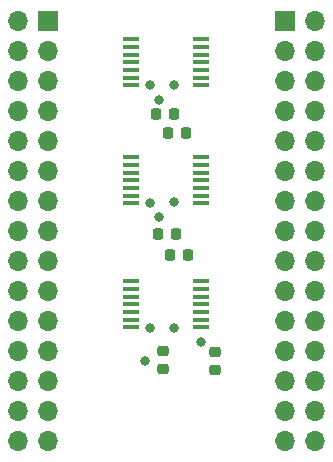
<source format=gbr>
%TF.GenerationSoftware,KiCad,Pcbnew,(6.0.1)*%
%TF.CreationDate,2022-07-20T18:19:17-07:00*%
%TF.ProjectId,LevelShifter,4c657665-6c53-4686-9966-7465722e6b69,rev?*%
%TF.SameCoordinates,Original*%
%TF.FileFunction,Soldermask,Top*%
%TF.FilePolarity,Negative*%
%FSLAX46Y46*%
G04 Gerber Fmt 4.6, Leading zero omitted, Abs format (unit mm)*
G04 Created by KiCad (PCBNEW (6.0.1)) date 2022-07-20 18:19:17*
%MOMM*%
%LPD*%
G01*
G04 APERTURE LIST*
G04 Aperture macros list*
%AMRoundRect*
0 Rectangle with rounded corners*
0 $1 Rounding radius*
0 $2 $3 $4 $5 $6 $7 $8 $9 X,Y pos of 4 corners*
0 Add a 4 corners polygon primitive as box body*
4,1,4,$2,$3,$4,$5,$6,$7,$8,$9,$2,$3,0*
0 Add four circle primitives for the rounded corners*
1,1,$1+$1,$2,$3*
1,1,$1+$1,$4,$5*
1,1,$1+$1,$6,$7*
1,1,$1+$1,$8,$9*
0 Add four rect primitives between the rounded corners*
20,1,$1+$1,$2,$3,$4,$5,0*
20,1,$1+$1,$4,$5,$6,$7,0*
20,1,$1+$1,$6,$7,$8,$9,0*
20,1,$1+$1,$8,$9,$2,$3,0*%
G04 Aperture macros list end*
%ADD10R,1.700000X1.700000*%
%ADD11O,1.700000X1.700000*%
%ADD12RoundRect,0.225000X-0.250000X0.225000X-0.250000X-0.225000X0.250000X-0.225000X0.250000X0.225000X0*%
%ADD13RoundRect,0.225000X0.250000X-0.225000X0.250000X0.225000X-0.250000X0.225000X-0.250000X-0.225000X0*%
%ADD14R,1.404099X0.354800*%
%ADD15RoundRect,0.225000X-0.225000X-0.250000X0.225000X-0.250000X0.225000X0.250000X-0.225000X0.250000X0*%
%ADD16RoundRect,0.225000X0.225000X0.250000X-0.225000X0.250000X-0.225000X-0.250000X0.225000X-0.250000X0*%
%ADD17C,0.800000*%
G04 APERTURE END LIST*
D10*
%TO.C,J1*%
X149895000Y-80000000D03*
D11*
X147355000Y-80000000D03*
X149895000Y-82540000D03*
X147355000Y-82540000D03*
X149895000Y-85080000D03*
X147355000Y-85080000D03*
X149895000Y-87620000D03*
X147355000Y-87620000D03*
X149895000Y-90160000D03*
X147355000Y-90160000D03*
X149895000Y-92700000D03*
X147355000Y-92700000D03*
X149895000Y-95240000D03*
X147355000Y-95240000D03*
X149895000Y-97780000D03*
X147355000Y-97780000D03*
X149895000Y-100320000D03*
X147355000Y-100320000D03*
X149895000Y-102860000D03*
X147355000Y-102860000D03*
X149895000Y-105400000D03*
X147355000Y-105400000D03*
X149895000Y-107940000D03*
X147355000Y-107940000D03*
X149895000Y-110480000D03*
X147355000Y-110480000D03*
X149895000Y-113020000D03*
X147355000Y-113020000D03*
X149895000Y-115560000D03*
X147355000Y-115560000D03*
%TD*%
D12*
%TO.C,C7*%
X163995000Y-108025000D03*
X163995000Y-109575000D03*
%TD*%
D13*
%TO.C,C8*%
X159595000Y-109475000D03*
X159595000Y-107925000D03*
%TD*%
D14*
%TO.C,U6*%
X156945052Y-91550042D03*
X156945052Y-92200028D03*
X156945052Y-92850014D03*
X156945052Y-93500000D03*
X156945052Y-94149986D03*
X156945052Y-94799972D03*
X156945052Y-95449958D03*
X162844948Y-95449958D03*
X162844948Y-94799972D03*
X162844948Y-94149986D03*
X162844948Y-93500000D03*
X162844948Y-92850014D03*
X162844948Y-92200028D03*
X162844948Y-91550042D03*
%TD*%
D15*
%TO.C,C12*%
X159020000Y-87900000D03*
X160570000Y-87900000D03*
%TD*%
D14*
%TO.C,U5*%
X156945052Y-102050042D03*
X156945052Y-102700028D03*
X156945052Y-103350014D03*
X156945052Y-104000000D03*
X156945052Y-104649986D03*
X156945052Y-105299972D03*
X156945052Y-105949958D03*
X162844948Y-105949958D03*
X162844948Y-105299972D03*
X162844948Y-104649986D03*
X162844948Y-104000000D03*
X162844948Y-103350014D03*
X162844948Y-102700028D03*
X162844948Y-102050042D03*
%TD*%
D15*
%TO.C,C10*%
X159220000Y-98000000D03*
X160770000Y-98000000D03*
%TD*%
D10*
%TO.C,J2*%
X169995000Y-80000000D03*
D11*
X172535000Y-80000000D03*
X169995000Y-82540000D03*
X172535000Y-82540000D03*
X169995000Y-85080000D03*
X172535000Y-85080000D03*
X169995000Y-87620000D03*
X172535000Y-87620000D03*
X169995000Y-90160000D03*
X172535000Y-90160000D03*
X169995000Y-92700000D03*
X172535000Y-92700000D03*
X169995000Y-95240000D03*
X172535000Y-95240000D03*
X169995000Y-97780000D03*
X172535000Y-97780000D03*
X169995000Y-100320000D03*
X172535000Y-100320000D03*
X169995000Y-102860000D03*
X172535000Y-102860000D03*
X169995000Y-105400000D03*
X172535000Y-105400000D03*
X169995000Y-107940000D03*
X172535000Y-107940000D03*
X169995000Y-110480000D03*
X172535000Y-110480000D03*
X169995000Y-113020000D03*
X172535000Y-113020000D03*
X169995000Y-115560000D03*
X172535000Y-115560000D03*
%TD*%
D14*
%TO.C,U4*%
X156945052Y-81550042D03*
X156945052Y-82200028D03*
X156945052Y-82850014D03*
X156945052Y-83500000D03*
X156945052Y-84149986D03*
X156945052Y-84799972D03*
X156945052Y-85449958D03*
X162844948Y-85449958D03*
X162844948Y-84799972D03*
X162844948Y-84149986D03*
X162844948Y-83500000D03*
X162844948Y-82850014D03*
X162844948Y-82200028D03*
X162844948Y-81550042D03*
%TD*%
D16*
%TO.C,C9*%
X161770000Y-99800000D03*
X160220000Y-99800000D03*
%TD*%
%TO.C,C11*%
X161570000Y-89500000D03*
X160020000Y-89500000D03*
%TD*%
D17*
X159295000Y-96600000D03*
X159295000Y-86700000D03*
X158095000Y-108800000D03*
X162844948Y-107149948D03*
X158495000Y-106000000D03*
X160595000Y-85400000D03*
X160595000Y-95300000D03*
X160595000Y-106000000D03*
X158495000Y-85400000D03*
X158495000Y-95400000D03*
M02*

</source>
